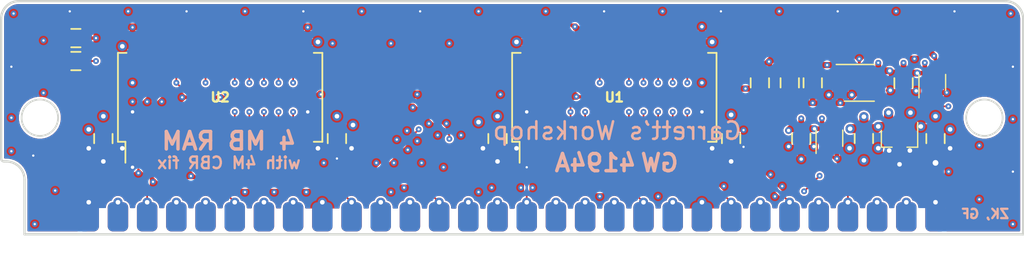
<source format=kicad_pcb>
(kicad_pcb (version 20211014) (generator pcbnew)
  (title_block (title "GW4194A") (date "2021-06-19") (rev "1.0-SOP") (company "Garrett's Workshop"))
  (layers (0 "F.Cu" signal) (1 "In1.Cu" power) (2 "In2.Cu" signal) (31 "B.Cu" power) (34 "B.Paste" user) (35 "F.Paste" user) (36 "B.SilkS" user "B.Silkscreen") (37 "F.SilkS" user "F.Silkscreen") (38 "B.Mask" user) (39 "F.Mask" user) (44 "Edge.Cuts" user))
  (net 0 "")
  (net 1 "+5V")
  (net 2 "/D0")
  (net 3 "/D1")
  (net 4 "/~{WE}")
  (net 5 "/~{RAS}")
  (net 6 "/~{CAS}")
  (net 7 "/D2")
  (net 8 "/D3")
  (net 9 "GND")
  (net 10 "/D4")
  (net 11 "/D5")
  (net 12 "/D6")
  (net 13 "/A11")
  (net 14 "/D7")
  (net 15 "/QP")
  (net 16 "/~{CASP}")
  (net 17 "/DP")
  (net 18 "/1A0")
  (net 19 "/1A1")
  (net 20 "/1A2")
  (net 21 "/1A3")
  (net 22 "/1A4")
  (net 23 "/1A5")
  (net 24 "/1A6")
  (net 25 "/1A7")
  (net 26 "/1A8")
  (net 27 "/1A10")
  (net 28 "/1A9")
  (net 29 "/~{RWE}")
  (net 30 "/~{OE}")
  (net 31 "/~{WEE}")
  (net 32 "Net-(U4-Pad5)")
  (net 33 "+3V3")
  (net 34 "Net-(R3-Pad2)")
  (net 35 "Net-(R4-Pad2)")
  (net 36 "Net-(C9-Pad1)")
  (footprint "stdpads:C_0805" (layer "F.Cu") (at 85.09 93.257 90)
    (fp_text reference "C1" hide)
    (fp_text value "2u2" hide)
  )
  (footprint "stdpads:C_0805" (layer "F.Cu") (at 105.41 93.257 90)
    (fp_text reference "C2" hide)
    (fp_text value "2u2" hide)
  )
  (footprint "stdpads:C_0805" (layer "F.Cu") (at 119.38 93.257 90)
    (fp_text reference "C3" hide)
    (fp_text value "2u2" hide)
  )
  (footprint "stdpads:C_0805" (layer "F.Cu") (at 139.7 93.257 90)
    (fp_text reference "C4" hide)
    (fp_text value "2u2" hide)
  )
  (footprint "stdpads:C_0805" (layer "F.Cu") (at 157.48 93.257 90)
    (fp_text reference "C5" hide)
    (fp_text value "2u2" hide)
  )
  (footprint "stdpads:SIMM-30_Edge" (layer "F.Cu") (at 120.65 99.822)
    (fp_text reference "J1")
    (fp_text value "DRAM-SIMM-30")
  )
  (footprint "stdpads:R_0805" (layer "F.Cu") (at 82.7 86.5 180)
    (fp_text reference "R1")
    (fp_text value "EDO")
  )
  (footprint "stdpads:R_0805" (layer "F.Cu") (at 82.7 84.5)
    (fp_text reference "R2")
    (fp_text value "FPM")
  )
  (footprint "stdpads:C_0805" (layer "F.Cu") (at 146.8 88.4 -90)
    (fp_text reference "C9")
    (fp_text value "22p")
  )
  (footprint "stdpads:R_0805" (layer "F.Cu") (at 144.8 88.4 -90)
    (fp_text reference "R3")
    (fp_text value "100")
  )
  (footprint "stdpads:NXP_TSSOP-8_3x3mm_P0.65mm" (layer "F.Cu") (at 150.85 88.4)
    (fp_text reference "U4")
    (fp_text value "74LVC1G74DC")
  )
  (footprint "stdpads:SOT-353" (layer "F.Cu") (at 148.25 93.25 -90)
    (fp_text reference "U3")
    (fp_text value "74LVC1G04")
  )
  (footprint "stdpads:SOT-353" (layer "F.Cu") (at 157.2 88.4 -90)
    (fp_text reference "U5")
    (fp_text value "74LVC1G32")
  )
  (footprint "stdpads:C_0805" (layer "F.Cu") (at 154.7 88.4 -90)
    (fp_text reference "C8")
    (fp_text value "2u2")
  )
  (footprint "stdpads:SOT-23" (layer "F.Cu") (at 154.35 93.25 90)
    (fp_text reference "U6")
    (fp_text value "XC6206PxxxMR")
  )
  (footprint "stdpads:C_0805" (layer "F.Cu") (at 151.25 93.25 -90)
    (fp_text reference "C7" hide)
    (fp_text value "2u2" hide)
  )
  (footprint "stdpads:R_0805" (layer "F.Cu") (at 142.2 88.4 90)
    (fp_text reference "R4")
    (fp_text value "100")
  )
  (footprint "stdpads:C_0805" (layer "F.Cu") (at 145.8 93.25 -90)
    (fp_text reference "C6")
    (fp_text value "2u2")
  )
  (footprint "stdpads:SOP-24-26_300mil" (layer "F.Cu") (at 129.54 89.662 90)
    (fp_text reference "U1")
    (fp_text value "4C4M4")
  )
  (footprint "stdpads:SOP-24-26_300mil" (layer "F.Cu") (at 95.25 89.662 90)
    (fp_text reference "U2")
    (fp_text value "4C4M4")
  )
  (gr_line (start 76.2 94.996) (end 76.2 82.804) (layer "Edge.Cuts") (width 0.2))
  (gr_circle (center 79.5655 91.44) (end 77.978 91.44) (layer "Edge.Cuts") (width 0.15) (fill none))
  (gr_circle (center 161.7345 91.44) (end 163.322 91.44) (layer "Edge.Cuts") (width 0.15) (fill none))
  (gr_arc (start 163.576 81.28) (mid 164.653631 81.726369) (end 165.1 82.804) (layer "Edge.Cuts") (width 0.2))
  (gr_arc (start 76.2 82.804) (mid 76.646369 81.726369) (end 77.724 81.28) (layer "Edge.Cuts") (width 0.2))
  (gr_line (start 76.6445 95.25) (end 76.454 95.25) (layer "Edge.Cuts") (width 0.2))
  (gr_line (start 78.232 101.6) (end 78.232 96.8375) (layer "Edge.Cuts") (width 0.2))
  (gr_arc (start 76.454 95.25) (mid 76.274395 95.175605) (end 76.2 94.996) (layer "Edge.Cuts") (width 0.2))
  (gr_arc (start 76.6445 95.25) (mid 77.767032 95.714968) (end 78.232 96.8375) (layer "Edge.Cuts") (width 0.2))
  (gr_line (start 77.724 81.28) (end 163.576 81.28) (layer "Edge.Cuts") (width 0.2))
  (gr_line (start 165.1 82.804) (end 165.1 101.6) (layer "Edge.Cuts") (width 0.2))
  (gr_line (start 165.1 101.6) (end 78.232 101.6) (layer "Edge.Cuts") (width 0.2))
  (gr_text "GW" (at 133.477 95.377) (layer "B.SilkS") (effects (font (size 1.5 1.5) (thickness 0.3)) (justify mirror)))
  (gr_text "4194A" (at 127.889 95.377) (layer "B.SilkS") (effects (font (size 1.5 1.5) (thickness 0.3)) (justify mirror)))
  (gr_text "Garrett’s Workshop" (at 129.794 92.583) (layer "B.SilkS") (effects (font (size 1.524 1.524) (thickness 0.225)) (justify mirror)))
  (gr_text "4 MB RAM" (at 96.012 93.472) (layer "B.SilkS") (effects (font (size 1.524 1.524) (thickness 0.3)) (justify mirror)))
  (gr_text "with 4M CBR fix" (at 96.012 95.377) (layer "B.SilkS") (effects (font (size 1.016 1.016) (thickness 0.2032)) (justify mirror)))
  (gr_text "ZK, GF" (at 161.798 99.822) (layer "B.SilkS") (effects (font (size 0.8128 0.8128) (thickness 0.2032)) (justify mirror)))
  (segment (start 121.031 94.107) (end 121.915 94.107) (width 0.508) (layer "F.Cu") (net 1))
  (segment (start 137.165 94.107) (end 137.16 94.112) (width 0.508) (layer "F.Cu") (net 1))
  (segment (start 138.049 94.107) (end 137.165 94.107) (width 0.508) (layer "F.Cu") (net 1))
  (segment (start 121.915 94.107) (end 121.92 94.112) (width 0.508) (layer "F.Cu") (net 1))
  (segment (start 154.35 94.3) (end 155.25 94.3) (width 0.8) (layer "F.Cu") (net 1))
  (segment (start 154.35 94.3) (end 153.45 94.3) (width 0.8) (layer "F.Cu") (net 1))
  (segment (start 154.35 94.3) (end 154.35 95.5) (width 0.8) (layer "F.Cu") (net 1))
  (segment (start 105.41 94.107) (end 105.41 94.996) (width 0.508) (layer "F.Cu") (net 1))
  (segment (start 85.09 94.107) (end 83.82 94.107) (width 0.762) (layer "F.Cu") (net 1))
  (segment (start 140.6525 94.107) (end 140.7795 93.98) (width 0.508) (layer "F.Cu") (net 1))
  (segment (start 119.38 94.107) (end 118.11 94.107) (width 0.762) (layer "F.Cu") (net 1))
  (segment (start 105.41 94.107) (end 106.68 94.107) (width 0.762) (layer "F.Cu") (net 1))
  (segment (start 87.625 94.107) (end 87.63 94.112) (width 0.508) (layer "F.Cu") (net 1))
  (segment (start 139.7 94.107) (end 140.6525 94.107) (width 0.508) (layer "F.Cu") (net 1))
  (segment (start 157.48 98.806) (end 157.48 95.377) (width 1.27) (layer "F.Cu") (net 1))
  (segment (start 102.875 94.107) (end 102.87 94.112) (width 0.508) (layer "F.Cu") (net 1))
  (segment (start 139.7 94.107) (end 138.049 94.107) (width 0.762) (layer "F.Cu") (net 1))
  (segment (start 157.48 94.107) (end 155.443 94.107) (width 0.8) (layer "F.Cu") (net 1))
  (segment (start 119.38 94.107) (end 121.031 94.107) (width 0.762) (layer "F.Cu") (net 1))
  (segment (start 87.63 94.112) (end 87.63 95.758) (width 0.6) (layer "F.Cu") (net 1))
  (segment (start 85.09 94.107) (end 86.741 94.107) (width 0.762) (layer "F.Cu") (net 1))
  (segment (start 137.16 94.112) (end 137.16 90.932) (width 0.6) (layer "F.Cu") (net 1))
  (segment (start 103.759 94.107) (end 102.875 94.107) (width 0.508) (layer "F.Cu") (net 1))
  (segment (start 121.92 94.112) (end 121.92 95.758) (width 0.508) (layer "F.Cu") (net 1))
  (segment (start 139.7 94.107) (end 139.7 95.25) (width 0.762) (layer "F.Cu") (net 1))
  (segment (start 121.92 94.112) (end 121.92 90.932) (width 0.6) (layer "F.Cu") (net 1))
  (segment (start 86.741 94.107) (end 87.625 94.107) (width 0.508) (layer "F.Cu") (net 1))
  (segment (start 155.443 94.107) (end 155.25 94.3) (width 0.8) (layer "F.Cu") (net 1))
  (segment (start 102.87 94.112) (end 102.87 90.932) (width 0.6) (layer "F.Cu") (net 1))
  (segment (start 105.41 94.107) (end 103.759 94.107) (width 0.762) (layer "F.Cu") (net 1))
  (segment (start 119.38 94.107) (end 119.38 95.25) (width 0.762) (layer "F.Cu") (net 1))
  (segment (start 85.09 94.107) (end 85.09 95.25) (width 0.762) (layer "F.Cu") (net 1))
  (segment (start 157.48 95.377) (end 157.48 94.107) (width 0.762) (layer "F.Cu") (net 1))
  (segment (start 157.48 94.107) (end 158.75 94.107) (width 0.8) (layer "F.Cu") (net 1))
  (segment (start 87.63 94.112) (end 87.63 90.932) (width 0.6) (layer "F.Cu") (net 1))
  (via (at 138.049 94.107) (size 0.8) (drill 0.4) (layers "F.Cu" "B.Cu") (net 1))
  (via (at 121.031 94.107) (size 0.8) (drill 0.4) (layers "F.Cu" "B.Cu") (net 1))
  (via (at 77.089 86.995) (size 0.508) (drill 0.2) (layers "F.Cu" "B.Cu") (net 1))
  (via (at 164.211 86.995) (size 0.508) (drill 0.2) (layers "F.Cu" "B.Cu") (net 1))
  (via (at 164.211 96.139) (size 0.508) (drill 0.2) (layers "F.Cu" "B.Cu") (net 1))
  (via (at 78.994 94.742) (size 0.508) (drill 0.2) (layers "F.Cu" "B.Cu") (net 1))
  (via (at 159.131 82.169) (size 0.508) (drill 0.2) (layers "F.Cu" "B.Cu") (net 1))
  (via (at 148.971 82.169) (size 0.508) (drill 0.2) (layers "F.Cu" "B.Cu") (net 1))
  (via (at 92.329 82.169) (size 0.508) (drill 0.2) (layers "F.Cu" "B.Cu") (net 1))
  (via (at 102.489 82.169) (size 0.508) (drill 0.2) (layers "F.Cu" "B.Cu") (net 1))
  (via (at 138.811 82.169) (size 0.508) (drill 0.2) (layers "F.Cu" "B.Cu") (net 1))
  (via (at 82.169 82.169) (size 0.508) (drill 0.2) (layers "F.Cu" "B.Cu") (net 1))
  (via (at 112.649 82.169) (size 0.508) (drill 0.2) (layers "F.Cu" "B.Cu") (net 1))
  (via (at 128.651 82.169) (size 0.508) (drill 0.2) (layers "F.Cu" "B.Cu") (net 1))
  (via (at 155.25 94.3) (size 0.8) (drill 0.4) (layers "F.Cu" "B.Cu") (net 1))
  (via (at 154.35 95.5) (size 0.8) (drill 0.4) (layers "F.Cu" "B.Cu") (net 1))
  (via (at 153.45 94.3) (size 0.8) (drill 0.4) (layers "F.Cu" "B.Cu") (net 1))
  (via (at 106.68 94.107) (size 0.8) (drill 0.4) (layers "F.Cu" "B.Cu") (net 1))
  (via (at 139.7 95.25) (size 0.8) (drill 0.4) (layers "F.Cu" "B.Cu") (net 1))
  (via (at 118.11 94.107) (size 0.8) (drill 0.4) (layers "F.Cu" "B.Cu") (net 1))
  (via (at 103.759 94.107) (size 0.8) (drill 0.4) (layers "F.Cu" "B.Cu") (net 1))
  (via (at 83.82 94.107) (size 0.8) (drill 0.4) (layers "F.Cu" "B.Cu") (net 1))
  (via (at 119.38 95.25) (size 0.8) (drill 0.4) (layers "F.Cu" "B.Cu") (net 1))
  (via (at 140.7795 93.98) (size 0.508) (drill 0.2) (layers "F.Cu" "B.Cu") (net 1))
  (via (at 87.63 90.932) (size 0.6) (drill 0.3) (layers "F.Cu" "B.Cu") (net 1))
  (via (at 87.63 95.758) (size 0.6) (drill 0.3) (layers "F.Cu" "B.Cu") (net 1))
  (via (at 85.09 95.25) (size 0.8) (drill 0.4) (layers "F.Cu" "B.Cu") (net 1))
  (via (at 158.75 94.107) (size 0.8) (drill 0.4) (layers "F.Cu" "B.Cu") (net 1))
  (via (at 137.16 90.932) (size 0.6) (drill 0.3) (layers "F.Cu" "B.Cu") (net 1))
  (via (at 121.92 95.758) (size 0.508) (drill 0.2) (layers "F.Cu" "B.Cu") (net 1))
  (via (at 105.41 94.996) (size 0.508) (drill 0.2) (layers "F.Cu" "B.Cu") (net 1))
  (via (at 121.92 90.932) (size 0.6) (drill 0.3) (layers "F.Cu" "B.Cu") (net 1))
  (via (at 102.87 90.932) (size 0.6) (drill 0.3) (layers "F.Cu" "B.Cu") (net 1))
  (via (at 157.48 95.377) (size 1) (drill 0.5) (layers "F.Cu" "B.Cu") (net 1))
  (via (at 86.741 94.107) (size 0.8) (drill 0.4) (layers "F.Cu" "B.Cu") (net 1))
  (segment (start 88.9 89.281) (end 88.9 85.962) (width 0.1524) (layer "F.Cu") (net 2))
  (segment (start 88.9 96.266) (end 88.265 95.631) (width 0.1524) (layer "F.Cu") (net 2))
  (segment (start 88.9 98.806) (end 88.9 96.266) (width 0.1524) (layer "F.Cu") (net 2))
  (segment (start 88.265 95.631) (end 88.265 89.916) (width 0.1524) (layer "F.Cu") (net 2))
  (segment (start 88.265 89.916) (end 88.9 89.281) (width 0.1524) (layer "F.Cu") (net 2))
  (segment (start 95.504 97.79) (end 90.932 97.79) (width 0.1524) (layer "F.Cu") (net 3))
  (segment (start 88.9 95.758) (end 88.9 94.112) (width 0.1524) (layer "F.Cu") (net 3))
  (segment (start 96.52 98.806) (end 95.504 97.79) (width 0.1524) (layer "F.Cu") (net 3))
  (segment (start 90.932 97.79) (end 88.9 95.758) (width 0.1524) (layer "F.Cu") (net 3))
  (segment (start 156.55 90.2) (end 156.8 90.45) (width 0.1524) (layer "F.Cu") (net 4))
  (segment (start 146.7485 97.1515) (end 146.7485 97.155) (width 0.1524) (layer "F.Cu") (net 4))
  (segment (start 146.7485 97.155) (end 146.05 97.8535) (width 0.1524) (layer "F.Cu") (net 4))
  (segment (start 156.55 89.25) (end 156.55 90.2) (width 0.1524) (layer "F.Cu") (net 4))
  (segment (start 156.8 90.45) (end 158.6 90.45) (width 0.1524) (layer "F.Cu") (net 4))
  (segment (start 147.4 96.5) (end 146.7485 97.1515) (width 0.1524) (layer "F.Cu") (net 4))
  (via (at 146.05 97.8535) (size 0.508) (drill 0.2) (layers "F.Cu" "B.Cu") (net 4))
  (via (at 147.4 96.5) (size 0.508) (drill 0.2) (layers "F.Cu" "B.Cu") (net 4))
  (via (at 158.6 90.45) (size 0.508) (drill 0.2) (layers "F.Cu" "B.Cu") (net 4))
  (segment (start 127 94.112) (end 127 90.932) (width 0.1524) (layer "F.Cu") (net 5))
  (segment (start 149.85 100.066) (end 149.86 100.076) (width 0.1524) (layer "F.Cu") (net 5))
  (segment (start 92.71 95.758) (end 92.71 93.362) (width 0.1524) (layer "F.Cu") (net 5))
  (segment (start 148.25 94.1) (end 148.25 95.05) (width 0.1524) (layer "F.Cu") (net 5))
  (segment (start 148.25 95.05) (end 149.86 96.66) (width 0.1524) (layer "F.Cu") (net 5))
  (segment (start 93.345 96.393) (end 92.71 95.758) (width 0.1524) (layer "F.Cu") (net 5))
  (segment (start 149.86 96.66) (end 149.86 98.806) (width 0.1524) (layer "F.Cu") (net 5))
  (segment (start 108.585 96.393) (end 93.345 96.393) (width 0.1524) (layer "F.Cu") (net 5))
  (segment (start 112.522 92.456) (end 108.585 96.393) (width 0.1524) (layer "F.Cu") (net 5))
  (via (at 127 90.932) (size 0.508) (drill 0.2) (layers "F.Cu" "B.Cu") (net 5))
  (via (at 112.522 92.456) (size 0.508) (drill 0.2) (layers "F.Cu" "B.Cu") (net 5))
  (segment (start 137.85 89.25) (end 126.588 89.25) (width 0.1524) (layer "F.Cu") (net 6))
  (segment (start 94.996 89.154) (end 94.869 89.281) (width 0.1524) (layer "F.Cu") (net 6))
  (segment (start 91.44 88.392) (end 91.44 85.212) (width 0.1524) (layer "F.Cu") (net 6))
  (segment (start 150.5 87.8) (end 150.5 86.65) (width 0.1524) (layer "F.Cu") (net 6))
  (segment (start 143.5 88.05) (end 143.15 88.4) (width 0.1524) (layer "F.Cu") (net 6))
  (segment (start 120.015 83.312) (end 114.4905 88.8365) (width 0.1524) (layer "F.Cu") (net 6))
  (segment (start 125.73 83.82) (end 125.222 83.312) (width 0.1524) (layer "F.Cu") (net 6))
  (segment (start 92.329 89.281) (end 91.44 88.392) (width 0.1524) (layer "F.Cu") (net 6))
  (segment (start 103.3145 89.281) (end 95.631 89.281) (width 0.1524) (layer "F.Cu") (net 6))
  (segment (start 103.759 88.8365) (end 103.3145 89.281) (width 0.1524) (layer "F.Cu") (net 6))
  (segment (start 150.5 86.65) (end 150.2 86.35) (width 0.1524) (layer "F.Cu") (net 6))
  (segment (start 126.588 89.25) (end 125.73 88.392) (width 0.1524) (layer "F.Cu") (net 6))
  (segment (start 125.73 85.212) (end 125.73 83.82) (width 0.1524) (layer "F.Cu") (net 6))
  (segment (start 95.631 89.281) (end 95.504 89.154) (width 0.1524) (layer "F.Cu") (net 6))
  (segment (start 114.4905 88.8365) (end 103.759 88.8365) (width 0.1524) (layer "F.Cu") (net 6))
  (segment (start 138.7 88.4) (end 137.85 89.25) (width 0.1524) (layer "F.Cu") (net 6))
  (segment (start 143.5 86.85) (end 143.5 88.05) (width 0.1524) (layer "F.Cu") (net 6))
  (segment (start 94.869 89.281) (end 92.329 89.281) (width 0.1524) (layer "F.Cu") (net 6))
  (segment (start 150.2 86.35) (end 144 86.35) (width 0.1524) (layer "F.Cu") (net 6))
  (segment (start 150.225 88.075) (end 150.5 87.8) (width 0.1524) (layer "F.Cu") (net 6))
  (segment (start 143.15 88.4) (end 138.7 88.4) (width 0.1524) (layer "F.Cu") (net 6))
  (segment (start 144 86.35) (end 143.5 86.85) (width 0.1524) (layer "F.Cu") (net 6))
  (segment (start 125.73 88.392) (end 125.73 85.212) (width 0.1524) (layer "F.Cu") (net 6))
  (segment (start 125.222 83.312) (end 120.015 83.312) (width 0.1524) (layer "F.Cu") (net 6))
  (segment (start 95.504 89.154) (end 94.996 89.154) (width 0.1524) (layer "F.Cu") (net 6))
  (segment (start 149.2 88.075) (end 150.225 88.075) (width 0.1524) (layer "F.Cu") (net 6))
  (segment (start 84.45 86.5) (end 83.65 86.5) (width 0.1524) (layer "F.Cu") (net 6))
  (via (at 91.44 88.392) (size 0.508) (drill 0.2) (layers "F.Cu" "B.Cu") (net 6))
  (via (at 84.45 86.5) (size 0.508) (drill 0.2) (layers "F.Cu" "B.Cu") (net 6))
  (segment (start 90.17 89.281) (end 89.535 89.916) (width 0.1524) (layer "F.Cu") (net 7))
  (segment (start 105.283 97.409) (end 106.68 98.806) (width 0.1524) (layer "F.Cu") (net 7))
  (segment (start 90.17 85.212) (end 90.17 89.281) (width 0.1524) (layer "F.Cu") (net 7))
  (segment (start 91.186 97.409) (end 105.283 97.409) (width 0.1524) (layer "F.Cu") (net 7))
  (segment (start 89.535 89.916) (end 89.535 95.758) (width 0.1524) (layer "F.Cu") (net 7))
  (segment (start 89.535 95.758) (end 91.186 97.409) (width 0.1524) (layer "F.Cu") (net 7))
  (segment (start 112.522 97.028) (end 114.3 98.806) (width 0.1524) (layer "F.Cu") (net 8))
  (segment (start 91.44 97.028) (end 112.522 97.028) (width 0.1524) (layer "F.Cu") (net 8))
  (segment (start 90.17 94.112) (end 90.17 95.758) (width 0.1524) (layer "F.Cu") (net 8))
  (segment (start 90.17 95.758) (end 91.44 97.028) (width 0.1524) (layer "F.Cu") (net 8))
  (segment (start 138.049 84.836) (end 137.287 84.836) (width 0.508) (layer "F.Cu") (net 9))
  (segment (start 137.16 84.963) (end 137.16 85.962) (width 0.508) (layer "F.Cu") (net 9))
  (segment (start 137.287 84.836) (end 137.16 84.963) (width 0.508) (layer "F.Cu") (net 9))
  (segment (start 155.3 92.2) (end 156.2 92.2) (width 0.8) (layer "F.Cu") (net 9))
  (segment (start 155.3 92.2) (end 155.3 91) (width 0.8) (layer "F.Cu") (net 9))
  (segment (start 105.41 92.407) (end 105.41 91.313) (width 0.762) (layer "F.Cu") (net 9))
  (segment (start 87.63 85.212) (end 87.63 88.392) (width 0.6) (layer "F.Cu") (net 9))
  (segment (start 146.8 89.25) (end 148 89.25) (width 0.6) (layer "F.Cu") (net 9))
  (segment (start 151.25 94.1) (end 152.5 94.1) (width 0.8) (layer "F.Cu") (net 9))
  (segment (start 151.25 94.1) (end 150 94.1) (width 0.8) (layer "F.Cu") (net 9))
  (segment (start 156.407 92.407) (end 156.2 92.2) (width 0.8) (layer "F.Cu") (net 9))
  (segment (start 85.09 92.407) (end 83.869 92.407) (width 0.762) (layer "F.Cu") (net 9))
  (segment (start 157.48 92.407) (end 158.701 92.407) (width 0.8) (layer "F.Cu") (net 9))
  (segment (start 83.869 92.407) (end 83.82 92.456) (width 0.762) (layer "F.Cu") (net 9))
  (segment (start 103.759 84.836) (end 102.997 84.836) (width 0.508) (layer "F.Cu") (net 9))
  (segment (start 146.75 94.1) (end 146.9 93.95) (width 0.6) (layer "F.Cu") (net 9))
  (segment (start 86.746 85.212) (end 86.741 85.217) (width 0.508) (layer "F.Cu") (net 9))
  (segment (start 154.7 89.25) (end 153.75 89.25) (width 0.6) (layer "F.Cu") (net 9))
  (segment (start 148 89.25) (end 148.2 89.45) (width 0.6) (layer "F.Cu") (net 9))
  (segment (start 140.667 92.407) (end 140.7795 92.5195) (width 0.508) (layer "F.Cu") (net 9))
  (segment (start 149.2 89.45) (end 148.2 89.45) (width 0.6) (layer "F.Cu") (net 9))
  (segment (start 102.997 84.836) (end 102.87 84.963) (width 0.508) (layer "F.Cu") (net 9))
  (segment (start 119.38 92.407) (end 118.315 92.407) (width 0.762) (layer "F.Cu") (net 9))
  (segment (start 83.65 84.5) (end 84.45 84.5) (width 0.1524) (layer "F.Cu") (net 9))
  (segment (start 149.2 89.45) (end 149.2 90.15) (width 0.508) (layer "F.Cu") (net 9))
  (segment (start 102.87 85.212) (end 102.87 83.566) (width 0.508) (layer "F.Cu") (net 9))
  (segment (start 85.09 92.407) (end 85.09 91.313) (width 0.762) (layer "F.Cu") (net 9))
  (segment (start 145.8 94.1) (end 146.75 94.1) (width 0.6) (layer "F.Cu") (net 9))
  (segment (start 145.8 94.1) (end 144.85 94.1) (width 0.6) (layer "F.Cu") (net 9))
  (segment (start 154.7 89.25) (end 155.65 89.25) (width 0.6) (layer "F.Cu") (net 9))
  (segment (start 87.63 85.212) (end 86.746 85.212) (width 0.508) (layer "F.Cu") (net 9))
  (segment (start 151.25 94.1) (end 151.25 95.15) (width 0.8) (layer "F.Cu") (net 9))
  (segment (start 121.031 84.836) (end 121.84859 84.836) (width 0.508) (layer "F.Cu") (net 9))
  (segment (start 155.65 89.25) (end 155.8 89.1) (width 0.6) (layer "F.Cu") (net 9))
  (segment (start 157.48 92.407) (end 156.407 92.407) (width 0.8) (layer "F.Cu") (net 9))
  (segment (start 137.16 85.212) (end 137.16 88.392) (width 0.6) (layer "F.Cu") (net 9))
  (segment (start 106.475 92.407) (end 106.807 92.075) (width 0.762) (layer "F.Cu") (net 9))
  (segment (start 102.87 84.963) (end 102.87 85.962) (width 0.508) (layer "F.Cu") (net 9))
  (segment (start 119.38 92.407) (end 119.38 91.313) (width 0.762) (layer "F.Cu") (net 9))
  (segment (start 121.84859 84.836) (end 121.92 84.90741) (width 0.508) (layer "F.Cu") (net 9))
  (segment (start 105.41 92.407) (end 106.475 92.407) (width 0.762) (layer "F.Cu") (net 9))
  (segment (start 149.2 89.45) (end 150.2 89.45) (width 0.6) (layer "F.Cu") (net 9))
  (segment (start 137.16 83.5025) (end 137.16 85.212) (width 0.6) (layer "F.Cu") (net 9))
  (segment (start 139.7 92.407) (end 140.667 92.407) (width 0.508) (layer "F.Cu") (net 9))
  (segment (start 148.9 94.1) (end 148.9 95) (width 0.4) (layer "F.Cu") (net 9))
  (segment (start 157.85 89.25) (end 158.45 89.25) (width 0.45) (layer "F.Cu") (net 9))
  (segment (start 158.701 92.407) (end 158.75 92.456) (width 0.8) (layer "F.Cu") (net 9))
  (segment (start 139.7 92.407) (end 139.7 91.186) (width 0.762) (layer "F.Cu") (net 9))
  (segment (start 144.85 94.1) (end 144.7 93.95) (width 0.6) (layer "F.Cu") (net 9))
  (segment (start 153.75 89.25) (end 153.55 89.05) (width 0.6) (layer "F.Cu") (net 9))
  (segment (start 157.48 92.407) (end 157.48 91.313) (width 0.8) (layer "F.Cu") (net 9))
  (segment (start 145.8 94.1) (end 145.8 95.05) (width 0.6) (layer "F.Cu") (net 9))
  (segment (start 118.315 92.407) (end 117.729 91.821) (width 0.762) (layer "F.Cu") (net 9))
  (segment (start 121.92 84.90741) (end 121.92 85.962) (width 0.508) (layer "F.Cu") (net 9))
  (segment (start 87.63 85.212) (end 87.63 83.566) (width 0.508) (layer "F.Cu") (net 9))
  (segment (start 146.8 89.25) (end 146.8 90.15) (width 0.508) (layer "F.Cu") (net 9))
  (via (at 112.776 95.377) (size 0.508) (drill 0.2) (layers "F.Cu" "B.Cu") (net 9))
  (via (at 110.617 93.345) (size 0.508) (drill 0.2) (layers "F.Cu" "B.Cu") (net 9))
  (via (at 104.267 95.377) (size 0.508) (drill 0.2) (layers "F.Cu" "B.Cu") (net 9))
  (via (at 95.25 89.662) (size 0.508) (drill 0.2) (layers "F.Cu" "B.Cu") (net 9))
  (via (at 112.395 89.408) (size 0.508) (drill 0.2) (layers "F.Cu" "B.Cu") (net 9))
  (via (at 119.634 89.408) (size 0.508) (drill 0.2) (layers "F.Cu" "B.Cu") (net 9))
  (via (at 92.71 96.52) (size 0.508) (drill 0.2) (layers "F.Cu" "B.Cu") (net 9))
  (via (at 111.252 97.536) (size 0.508) (drill 0.2) (layers "F.Cu" "B.Cu") (net 9))
  (via (at 117.729 97.917) (size 0.508) (drill 0.2) (layers "F.Cu" "B.Cu") (net 9))
  (via (at 118.872 97.536) (size 0.508) (drill 0.2) (layers "F.Cu" "B.Cu") (net 9))
  (via (at 139.065 97.409) (size 0.508) (drill 0.2) (layers "F.Cu" "B.Cu") (net 9))
  (via (at 89.408 97.028) (size 0.508) (drill 0.2) (layers "F.Cu" "B.Cu") (net 9))
  (via (at 88.138 96.266) (size 0.508) (drill 0.2) (layers "F.Cu" "B.Cu") (net 9))
  (via (at 114.173 92.964) (size 0.508) (drill 0.2) (layers "F.Cu" "B.Cu") (net 9))
  (via (at 114.935 91.948) (size 0.508) (drill 0.2) (layers "F.Cu" "B.Cu") (net 9))
  (via (at 114.681 95.758) (size 0.508) (drill 0.2) (layers "F.Cu" "B.Cu") (net 9))
  (via (at 144.145 97.409) (size 0.508) (drill 0.2) (layers "F.Cu" "B.Cu") (net 9))
  (via (at 143.129 96.393) (size 0.508) (drill 0.2) (layers "F.Cu" "B.Cu") (net 9))
  (via (at 88.9 90.043) (size 0.508) (drill 0.2) (layers "F.Cu" "B.Cu") (net 9))
  (via (at 87.63 90.043) (size 0.508) (drill 0.2) (layers "F.Cu" "B.Cu") (net 9))
  (via (at 90.17 90.043) (size 0.508) (drill 0.2) (layers "F.Cu" "B.Cu") (net 9))
  (via (at 91.948 89.662) (size 0.508) (drill 0.2) (layers "F.Cu" "B.Cu") (net 9))
  (via (at 126.238 89.5985) (size 0.508) (drill 0.2) (layers "F.Cu" "B.Cu") (net 9))
  (via (at 112.395 93.472) (size 0.508) (drill 0.2) (layers "F.Cu" "B.Cu") (net 9))
  (via (at 113.411 91.948) (size 0.508) (drill 0.2) (layers "F.Cu" "B.Cu") (net 9))
  (via (at 116.205 92.964) (size 0.508) (drill 0.2) (layers "F.Cu" "B.Cu") (net 9))
  (via (at 111.506 92.583) (size 0.508) (drill 0.2) (layers "F.Cu" "B.Cu") (net 9))
  (via (at 121.412 97.536) (size 0.508) (drill 0.2) (layers "F.Cu" "B.Cu") (net 9))
  (via (at 122.428 97.536) (size 0.508) (drill 0.2) (layers "F.Cu" "B.Cu") (net 9))
  (via (at 110.363 95.377) (size 0.508) (drill 0.2) (layers "F.Cu" "B.Cu") (net 9))
  (via (at 164.0205 82.3595) (size 0.508) (drill 0.2) (layers "F.Cu" "B.Cu") (net 9))
  (via (at 164.211 100.711) (size 0.508) (drill 0.2) (layers "F.Cu" "B.Cu") (net 9))
  (via (at 79.121 100.711) (size 0.508) (drill 0.2) (layers "F.Cu" "B.Cu") (net 9))
  (via (at 77.089 91.44) (size 0.508) (drill 0.2) (layers "F.Cu" "B.Cu") (net 9))
  (via (at 79.883 84.709) (size 0.508) (drill 0.2) (layers "F.Cu" "B.Cu") (net 9))
  (via (at 161.29 93.853) (size 0.508) (drill 0.2) (layers "F.Cu" "B.Cu") (net 9))
  (via (at 161.29 98.552) (size 0.508) (drill 0.2) (layers "F.Cu" "B.Cu") (net 9))
  (via (at 80.899 97.79) (size 0.508) (drill 0.2) (layers "F.Cu" "B.Cu") (net 9))
  (via (at 79.883 89.281) (size 0.508) (drill 0.2) (layers "F.Cu" "B.Cu") (net 9))
  (via (at 133.35 98.298) (size 0.508) (drill 0.2) (layers "F.Cu" "B.Cu") (net 9))
  (via (at 110.109 97.917) (size 0.508) (drill 0.2) (layers "F.Cu" "B.Cu") (net 9))
  (via (at 102.743 97.917) (size 0.508) (drill 0.2) (layers "F.Cu" "B.Cu") (net 9))
  (via (at 99.949 97.917) (size 0.508) (drill 0.2) (layers "F.Cu" "B.Cu") (net 9))
  (via (at 97.409 97.917) (size 0.508) (drill 0.2) (layers "F.Cu" "B.Cu") (net 9))
  (via (at 158.623 96.139) (size 0.508) (drill 0.2) (layers "F.Cu" "B.Cu") (net 9))
  (via (at 111.5695 94.234) (size 0.508) (drill 0.2) (layers "F.Cu" "B.Cu") (net 9))
  (via (at 104.013 89.408) (size 0.508) (drill 0.2) (layers "F.Cu" "B.Cu") (net 9))
  (via (at 108.839 95.377) (size 0.508) (drill 0.2) (layers "F.Cu" "B.Cu") (net 9))
  (via (at 112.014 90.551) (size 0.508) (drill 0.2) (layers "F.Cu" "B.Cu") (net 9))
  (via (at 164.211 91.567) (size 0.508) (drill 0.2) (layers "F.Cu" "B.Cu") (net 9))
  (via (at 77.2795 82.3595) (size 0.508) (drill 0.2) (layers "F.Cu" "B.Cu") (net 9))
  (via (at 154.051 82.169) (size 0.508) (drill 0.2) (layers "F.Cu" "B.Cu") (net 9))
  (via (at 87.249 82.169) (size 0.508) (drill 0.2) (layers "F.Cu" "B.Cu") (net 9))
  (via (at 97.409 82.169) (size 0.508) (drill 0.2) (layers "F.Cu" "B.Cu") (net 9))
  (via (at 143.891 82.169) (size 0.508) (drill 0.2) (layers "F.Cu" "B.Cu") (net 9))
  (via (at 110.109 84.963) (size 0.508) (drill 0.2) (layers "F.Cu" "B.Cu") (net 9))
  (via (at 105.029 84.963) (size 0.508) (drill 0.2) (layers "F.Cu" "B.Cu") (net 9))
  (via (at 115.189 84.963) (size 0.508) (drill 0.2) (layers "F.Cu" "B.Cu") (net 9))
  (via (at 126.111 83.5025) (size 0.508) (drill 0.2) (layers "F.Cu" "B.Cu") (net 9))
  (via (at 107.569 82.169) (size 0.508) (drill 0.2) (layers "F.Cu" "B.Cu") (net 9))
  (via (at 117.729 82.169) (size 0.508) (drill 0.2) (layers "F.Cu" "B.Cu") (net 9))
  (via (at 123.571 82.169) (size 0.508) (drill 0.2) (layers "F.Cu" "B.Cu") (net 9))
  (via (at 133.731 82.169) (size 0.508) (drill 0.2) (layers "F.Cu" "B.Cu") (net 9))
  (via (at 138.049 84.836) (size 0.8) (drill 0.4) (layers "F.Cu" "B.Cu") (net 9))
  (via (at 128.27 98.298) (size 0.508) (drill 0.2) (layers "F.Cu" "B.Cu") (net 9))
  (via (at 143.51 98.298) (size 0.508) (drill 0.2) (layers "F.Cu" "B.Cu") (net 9))
  (via (at 157.35 86.05) (size 0.508) (drill 0.2) (layers "F.Cu" "B.Cu") (net 9))
  (via (at 156.2 92.2) (size 0.8) (drill 0.4) (layers "F.Cu" "B.Cu") (net 9))
  (via (at 148.05 86.85) (size 0.508) (drill 0.2) (layers "F.Cu" "B.Cu") (net 9))
  (via (at 155.65 86.3) (size 0.508) (drill 0.2) (layers "F.Cu" "B.Cu") (net 9))
  (via (at 150.85 86.3) (size 0.508) (drill 0.2) (layers "F.Cu" "B.Cu") (net 9))
  (via (at 143 86.55) (size 0.508) (drill 0.2) (layers "F.Cu" "B.Cu") (net 9))
  (via (at 140.95 88.9) (size 0.508) (drill 0.2) (layers "F.Cu" "B.Cu") (net 9))
  (via (at 77.089 94.361) (size 0.508) (drill 0.2) (layers "F.Cu" "B.Cu") (net 9))
  (via (at 102.87 83.566) (size 0.508) (drill 0.2) (layers "F.Cu" "B.Cu") (net 9))
  (via (at 155.3 91) (size 0.8) (drill 0.4) (layers "F.Cu" "B.Cu") (net 9))
  (via (at 148.9 95) (size 0.508) (drill 0.2) (layers "F.Cu" "B.Cu") (net 9))
  (via (at 146.9 93.95) (size 0.6) (drill 0.3) (layers "F.Cu" "B.Cu") (net 9))
  (via (at 103.759 84.836) (size 0.8) (drill 0.4) (layers "F.Cu" "B.Cu") (net 9))
  (via (at 149.2 90.15) (size 0.508) (drill 0.2) (layers "F.Cu" "B.Cu") (net 9))
  (via (at 117.729 91.821) (size 0.8) (drill 0.4) (layers "F.Cu" "B.Cu") (net 9))
  (via (at 137.16 83.5025) (size 0.6) (drill 0.3) (layers "F.Cu" "B.Cu") (net 9))
  (via (at 140.7795 92.5195) (size 0.508) (drill 0.2) (layers "F.Cu" "B.Cu") (net 9))
  (via (at 106.807 92.075) (size 0.8) (drill 0.4) (layers "F.Cu" "B.Cu") (net 9))
  (via (at 150.2 89.45) (size 0.6) (drill 0.3) (layers "F.Cu" "B.Cu") (net 9))
  (via (at 139.7 91.186) (size 0.8) (drill 0.4) (layers "F.Cu" "B.Cu") (net 9))
  (via (at 121.031 84.836) (size 0.8) (drill 0.4) (layers "F.Cu" "B.Cu") (net 9))
  (via (at 146.8 90.15) (size 0.508) (drill 0.2) (layers "F.Cu" "B.Cu") (net 9))
  (via (at 84.45 84.5) (size 0.508) (drill 0.2) (layers "F.Cu" "B.Cu") (net 9))
  (via (at 158.45 89.25) (size 0.508) (drill 0.2) (layers "F.Cu" "B.Cu") (net 9))
  (via (at 137.16 88.392) (size 0.6) (drill 0.3) (layers "F.Cu" "B.Cu") (net 9))
  (via (at 87.63 83.566) (size 0.508) (drill 0.2) (layers "F.Cu" "B.Cu") (net 9))
  (via (at 85.09 91.313) (size 0.8) (drill 0.4) (layers "F.Cu" "B.Cu") (net 9))
  (via (at 83.82 92.456) (size 0.8) (drill 0.4) (layers "F.Cu" "B.Cu") (net 9))
  (via (at 86.741 85.217) (size 0.8) (drill 0.4) (layers "F.Cu" "B.Cu") (net 9))
  (via (at 157.48 91.313) (size 0.8) (drill 0.4) (layers "F.Cu" "B.Cu") (net 9))
  (via (at 119.38 91.313) (size 0.8) (drill 0.4) (layers "F.Cu" "B.Cu") (net 9))
  (via (at 105.41 91.313) (size 0.8) (drill 0.4) (layers "F.Cu" "B.Cu") (net 9))
  (via (at 158.75 92.456) (size 0.8) (drill 0.4) (layers "F.Cu" "B.Cu") (net 9))
  (via (at 148.2 89.45) (size 0.6) (drill 0.3) (layers "F.Cu" "B.Cu") (net 9))
  (via (at 153.55 89.05) (size 0.6) (drill 0.3) (layers "F.Cu" "B.Cu") (net 9))
  (via (at 144.7 93.95) (size 0.6) (drill 0.3) (layers "F.Cu" "B.Cu") (net 9))
  (via (at 87.63 88.392) (size 0.6) (drill 0.3) (layers "F.Cu" "B.Cu") (net 9))
  (via (at 155.8 89.1) (size 0.6) (drill 0.3) (layers "F.Cu" "B.Cu") (net 9))
  (via (at 152.5 94.1) (size 0.8) (drill 0.4) (layers "F.Cu" "B.Cu") (net 9))
  (via (at 150 94.1) (size 0.8) (drill 0.4) (layers "F.Cu" "B.Cu") (net 9))
  (via (at 145.8 95.05) (size 0.6) (drill 0.3) (layers "F.Cu" "B.Cu") (net 9))
  (via (at 151.25 95.15) (size 0.8) (drill 0.4) (layers "F.Cu" "B.Cu") (net 9))
  (segment (start 123.19 89.027) (end 122.555 89.662) (width 0.1524) (layer "F.Cu") (net 10))
  (segment (start 122.555 89.662) (end 122.555 95.8215) (width 0.1524) (layer "F.Cu") (net 10))
  (segment (start 121.92 96.4565) (end 121.92 98.806) (width 0.1524) (layer "F.Cu") (net 10))
  (segment (start 123.19 85.962) (end 123.19 89.027) (width 0.1524) (layer "F.Cu") (net 10))
  (segment (start 122.555 95.8215) (end 121.92 96.4565) (width 0.1524) (layer "F.Cu") (net 10))
  (segment (start 123.19 93.362) (end 123.19 96.266) (width 0.1524) (layer "F.Cu") (net 11))
  (segment (start 124.714 97.79) (end 131.064 97.79) (width 0.1524) (layer "F.Cu") (net 11))
  (segment (start 123.19 96.266) (end 124.714 97.79) (width 0.1524) (layer "F.Cu") (net 11))
  (segment (start 131.064 97.79) (end 132.08 98.806) (width 0.1524) (layer "F.Cu") (net 11))
  (segment (start 138.049 97.155) (end 139.7 98.806) (width 0.1524) (layer "F.Cu") (net 12))
  (segment (start 124.46 89.027) (end 123.825 89.662) (width 0.1524) (layer "F.Cu") (net 12))
  (segment (start 123.825 89.662) (end 123.825 96.012) (width 0.1524) (layer "F.Cu") (net 12))
  (segment (start 124.968 97.155) (end 138.049 97.155) (width 0.1524) (layer "F.Cu") (net 12))
  (segment (start 123.825 96.012) (end 124.968 97.155) (width 0.1524) (layer "F.Cu") (net 12))
  (segment (start 124.46 85.212) (end 124.46 89.027) (width 0.1524) (layer "F.Cu") (net 12))
  (segment (start 124.46 93.362) (end 124.46 95.758) (width 0.1524) (layer "F.Cu") (net 14))
  (segment (start 142.494 96.52) (end 144.78 98.806) (width 0.1524) (layer "F.Cu") (net 14))
  (segment (start 124.46 95.758) (end 125.222 96.52) (width 0.1524) (layer "F.Cu") (net 14))
  (segment (start 125.222 96.52) (end 142.494 96.52) (width 0.1524) (layer "F.Cu") (net 14))
  (segment (start 132.08 93.362) (end 132.08 90.932) (width 0.1524) (layer "F.Cu") (net 18))
  (segment (start 100.33 94.112) (end 100.33 90.932) (width 0.1524) (layer "F.Cu") (net 18))
  (via (at 132.08 90.932) (size 0.508) (drill 0.2) (layers "F.Cu" "B.Cu") (net 18))
  (via (at 100.33 90.932) (size 0.508) (drill 0.2) (layers "F.Cu" "B.Cu") (net 18))
  (segment (start 99.06 90.932) (end 99.06 93.362) (width 0.1524) (layer "F.Cu") (net 19))
  (segment (start 133.35 94.112) (end 133.35 90.932) (width 0.1524) (layer "F.Cu") (net 19))
  (via (at 99.06 90.932) (size 0.508) (drill 0.2) (layers "F.Cu" "B.Cu") (net 19))
  (via (at 133.35 90.932) (size 0.508) (drill 0.2) (layers "F.Cu" "B.Cu") (net 19))
  (segment (start 97.79 90.932) (end 97.79 93.362) (width 0.1524) (layer "F.Cu") (net 20))
  (segment (start 134.62 94.112) (end 134.62 90.932) (width 0.1524) (layer "F.Cu") (net 20))
  (via (at 97.79 90.932) (size 0.508) (drill 0.2) (layers "F.Cu" "B.Cu") (net 20))
  (via (at 134.62 90.932) (size 0.508) (drill 0.2) (layers "F.Cu" "B.Cu") (net 20))
  (segment (start 135.89 94.112) (end 135.89 90.932) (width 0.1524) (layer "F.Cu") (net 21))
  (segment (start 96.52 90.932) (end 96.52 93.362) (width 0.1524) (layer "F.Cu") (net 21))
  (via (at 135.89 90.932) (size 0.508) (drill 0.2) (layers "F.Cu" "B.Cu") (net 21))
  (via (at 96.52 90.932) (size 0.508) (drill 0.2) (layers "F.Cu" "B.Cu") (net 21))
  (segment (start 135.89 85.212) (end 135.89 88.392) (width 0.1524) (layer "F.Cu") (net 22))
  (segment (start 93.98 85.212) (end 93.98 88.392) (width 0.1524) (layer "F.Cu") (net 22))
  (via (at 135.89 88.392) (size 0.508) (drill 0.2) (layers "F.Cu" "B.Cu") (net 22))
  (via (at 93.98 88.392) (size 0.508) (drill 0.2) (layers "F.Cu" "B.Cu") (net 22))
  (segment (start 134.62 85.962) (end 134.62 88.392) (width 0.1524) (layer "F.Cu") (net 23))
  (segment (start 96.52 88.392) (end 96.52 85.962) (width 0.1524) (layer "F.Cu") (net 23))
  (via (at 134.62 88.392) (size 0.508) (drill 0.2) (layers "F.Cu" "B.Cu") (net 23))
  (via (at 96.52 88.392) (size 0.508) (drill 0.2) (layers "F.Cu" "B.Cu") (net 23))
  (segment (start 97.79 88.392) (end 97.79 85.962) (width 0.1524) (layer "F.Cu") (net 24))
  (segment (start 133.35 85.212) (end 133.35 88.392) (width 0.1524) (layer "F.Cu") (net 24))
  (via (at 133.35 88.392) (size 0.508) (drill 0.2) (layers "F.Cu" "B.Cu") (net 24))
  (via (at 97.79 88.392) (size 0.508) (drill 0.2) (layers "F.Cu" "B.Cu") (net 24))
  (segment (start 99.06 88.392) (end 99.06 85.962) (width 0.1524) (layer "F.Cu") (net 25))
  (segment (start 132.08 85.212) (end 132.08 88.392) (width 0.1524) (layer "F.Cu") (net 25))
  (via (at 99.06 88.392) (size 0.508) (drill 0.2) (layers "F.Cu" "B.Cu") (net 25))
  (via (at 132.08 88.392) (size 0.508) (drill 0.2) (layers "F.Cu" "B.Cu") (net 25))
  (segment (start 130.81 85.212) (end 130.81 88.392) (width 0.1524) (layer "F.Cu") (net 26))
  (segment (start 100.33 85.212) (end 100.33 88.392) (width 0.1524) (layer "F.Cu") (net 26))
  (via (at 100.33 88.392) (size 0.508) (drill 0.2) (layers "F.Cu" "B.Cu") (net 26))
  (via (at 130.81 88.392) (size 0.508) (drill 0.2) (layers "F.Cu" "B.Cu") (net 26))
  (segment (start 130.81 94.112) (end 130.81 90.932) (width 0.1524) (layer "F.Cu") (net 27))
  (segment (start 101.6 94.112) (end 101.6 90.932) (width 0.1524) (layer "F.Cu") (net 27))
  (via (at 130.81 90.932) (size 0.508) (drill 0.2) (layers "F.Cu" "B.Cu") (net 27))
  (via (at 101.6 90.932) (size 0.508) (drill 0.2) (layers "F.Cu" "B.Cu") (net 27))
  (segment (start 128.27 85.212) (end 128.27 88.392) (width 0.1524) (layer "F.Cu") (net 28))
  (segment (start 101.6 85.212) (end 101.6 88.392) (width 0.1524) (layer "F.Cu") (net 28))
  (via (at 101.6 88.392) (size 0.508) (drill 0.2) (layers "F.Cu" "B.Cu") (net 28))
  (via (at 128.27 88.392) (size 0.508) (drill 0.2) (layers "F.Cu" "B.Cu") (net 28))
  (segment (start 125.73 94.112) (end 125.73 90.932) (width 0.1524) (layer "F.Cu") (net 29))
  (segment (start 126.535 90) (end 126.4285 90.1065) (width 0.1524) (layer "F.Cu") (net 29))
  (segment (start 95.504 90.17) (end 94.996 90.17) (width 0.1524) (layer "F.Cu") (net 29))
  (segment (start 142.2 89.35) (end 142.15 89.4) (width 0.1524) (layer "F.Cu") (net 29))
  (segment (start 126.0935 90.1065) (end 125.73 90.47) (width 0.1524) (layer "F.Cu") (net 29))
  (segment (start 142.15 89.4) (end 139.1 89.4) (width 0.1524) (layer "F.Cu") (net 29))
  (segment (start 91.44 90.932) (end 91.44 94.112) (width 0.1524) (layer "F.Cu") (net 29))
  (segment (start 94.869 90.043) (end 92.329 90.043) (width 0.1524) (layer "F.Cu") (net 29))
  (segment (start 115.189 92.964) (end 112.2045 89.9795) (width 0.1524) (layer "F.Cu") (net 29))
  (segment (start 126.4285 90.1065) (end 126.0935 90.1065) (width 0.1524) (layer "F.Cu") (net 29))
  (segment (start 92.329 90.043) (end 91.44 90.932) (width 0.1524) (layer "F.Cu") (net 29))
  (segment (start 115.189 93.2815) (end 115.189 92.964) (width 0.1524) (layer "F.Cu") (net 29))
  (segment (start 94.996 90.17) (end 94.869 90.043) (width 0.1524) (layer "F.Cu") (net 29))
  (segment (start 139.1 89.4) (end 138.5 90) (width 0.1524) (layer "F.Cu") (net 29))
  (segment (start 112.2045 89.9795) (end 95.6945 89.9795) (width 0.1524) (layer "F.Cu") (net 29))
  (segment (start 138.5 90) (end 126.535 90) (width 0.1524) (layer "F.Cu") (net 29))
  (segment (start 95.6945 89.9795) (end 95.504 90.17) (width 0.1524) (layer "F.Cu") (net 29))
  (segment (start 125.73 90.47) (end 125.73 90.932) (width 0.1524) (layer "F.Cu") (net 29))
  (via (at 125.73 90.932) (size 0.508) (drill 0.2) (layers "F.Cu" "B.Cu") (net 29))
  (via (at 115.189 93.2815) (size 0.508) (drill 0.2) (layers "F.Cu" "B.Cu") (net 29))
  (segment (start 127 83.66125) (end 127 85.212) (width 0.1524) (layer "F.Cu") (net 30))
  (segment (start 92.71 83.82) (end 93.5355 82.9945) (width 0.1524) (layer "F.Cu") (net 30))
  (segment (start 82.1555 82.9945) (end 91.8845 82.9945) (width 0.1524) (layer "F.Cu") (net 30))
  (segment (start 92.71 83.82) (end 92.71 85.212) (width 0.1524) (layer "F.Cu") (net 30))
  (segment (start 81.75 83.4) (end 82.1555 82.9945) (width 0.1524) (layer "F.Cu") (net 30))
  (segment (start 91.8845 82.9945) (end 92.71 83.82) (width 0.1524) (layer "F.Cu") (net 30))
  (segment (start 93.5355 82.9945) (end 126.33325 82.9945) (width 0.1524) (layer "F.Cu") (net 30))
  (segment (start 126.33325 82.9945) (end 127 83.66125) (width 0.1524) (layer "F.Cu") (net 30))
  (segment (start 81.75 84.5) (end 81.75 86.5) (width 0.1524) (layer "F.Cu") (net 30))
  (segment (start 81.75 84.5) (end 81.75 83.4) (width 0.1524) (layer "F.Cu") (net 30))
  (segment (start 149.2 88.725) (end 150.525 88.725) (width 0.1524) (layer "F.Cu") (net 31))
  (segment (start 156.4 85.8) (end 157.2 86.6) (width 0.1524) (layer "F.Cu") (net 31))
  (segment (start 151.2 88.05) (end 151.2 86.65) (width 0.1524) (layer "F.Cu") (net 31))
  (segment (start 151.2 86.65) (end 152.05 85.8) (width 0.1524) (layer "F.Cu") (net 31))
  (segment (start 157.2 86.6) (end 157.2 89.25) (width 0.1524) (layer "F.Cu") (net 31))
  (segment (start 152.05 85.8) (end 156.4 85.8) (width 0.1524) (layer "F.Cu") (net 31))
  (segment (start 150.525 88.725) (end 151.2 88.05) (width 0.1524) (layer "F.Cu") (net 31))
  (segment (start 153.5 87.85) (end 153.5 87.35) (width 0.1524) (layer "F.Cu") (net 33))
  (segment (start 154.7 87.55) (end 154.7 86.65) (width 0.508) (layer "F.Cu") (net 33))
  (segment (start 152.5 87.35) (end 153.5 87.35) (width 0.6) (layer "F.Cu") (net 33))
  (segment (start 153.5 87.85) (end 153.7 87.65) (width 0.1524) (layer "F.Cu") (net 33))
  (segment (start 153.4 92.2) (end 153.4 91) (width 0.8) (layer "F.Cu") (net 33))
  (segment (start 152.5 87.35) (end 152.5 86.65) (width 0.508) (layer "F.Cu") (net 33))
  (segment (start 145.8 92.4) (end 145.8 91.5) (width 0.508) (layer "F.Cu") (net 33))
  (segment (start 156.55 87.55) (end 156.55 86.65) (width 0.4) (layer "F.Cu") (net 33))
  (segment (start 151.25 92.4) (end 152.3 92.4) (width 0.8) (layer "F.Cu") (net 33))
  (segment (start 154.7 87.55) (end 153.7 87.55) (width 0.6) (layer "F.Cu") (net 33))
  (segment (start 144.85 92.4) (end 144.7 92.55) (width 0.6) (layer "F.Cu") (net 33))
  (segment (start 152.5 88.075) (end 153.275 88.075) (width 0.1524) (layer "F.Cu") (net 33))
  (segment (start 153.7 87.65) (end 153.7 87.55) (width 0.1524) (layer "F.Cu") (net 33))
  (segment (start 147.6 92.4) (end 146.95 92.4) (width 0.4) (layer "F.Cu") (net 33))
  (segment (start 154.7 87.55) (end 155.9 87.55) (width 0.6) (layer "F.Cu") (net 33))
  (segment (start 151.25 92.4) (end 150.05 92.4) (width 0.8) (layer "F.Cu") (net 33))
  (segment (start 153.7 87.55) (end 153.5 87.35) (width 0.6) (layer "F.Cu") (net 33))
  (segment (start 156.55 87.55) (end 155.9 87.55) (width 0.4) (layer "F.Cu") (net 33))
  (segment (start 153.275 88.075) (end 153.5 87.85) (width 0.1524) (layer "F.Cu") (net 33))
  (segment (start 153.4 92.2) (end 152.5 92.2) (width 0.8) (layer "F.Cu") (net 33))
  (segment (start 152.3 92.4) (end 152.5 92.2) (width 0.8) (layer "F.Cu") (net 33))
  (segment (start 147.6 92.4) (end 147.6 91.5) (width 0.4) (layer "F.Cu") (net 33))
  (segment (start 145.8 92.4) (end 144.85 92.4) (width 0.6) (layer "F.Cu") (net 33))
  (segment (start 145.8 92.4) (end 146.95 92.4) (width 0.6) (layer "F.Cu") (net 33))
  (segment (start 151.25 92.4) (end 151.25 91.35) (width 0.8) (layer "F.Cu") (net 33))
  (via (at 156.55 86.65) (size 0.508) (drill 0.2) (layers "F.Cu" "B.Cu") (net 33))
  (via (at 146.95 92.4) (size 0.6) (drill 0.3) (layers "F.Cu" "B.Cu") (net 33))
  (via (at 151.25 91.35) (size 0.8) (drill 0.4) (layers "F.Cu" "B.Cu") (net 33))
  (via (at 147.6 91.5) (size 0.508) (drill 0.2) (layers "F.Cu" "B.Cu") (net 33))
  (via (at 155.9 87.55) (size 0.6) (drill 0.3) (layers "F.Cu" "B.Cu") (net 33))
  (via (at 154.7 86.65) (size 0.508) (drill 0.2) (layers "F.Cu" "B.Cu") (net 33))
  (via (at 144.7 92.55) (size 0.6) (drill 0.3) (layers "F.Cu" "B.Cu") (net 33))
  (via (at 145.8 91.5) (size 0.508) (drill 0.2) (layers "F.Cu" "B.Cu") (net 33))
  (via (at 152.5 92.2) (size 0.8) (drill 0.4) (layers "F.Cu" "B.Cu") (net 33))
  (via (at 153.4 91) (size 0.8) (drill 0.4) (layers "F.Cu" "B.Cu") (net 33))
  (via (at 150.05 92.4) (size 0.8) (drill 0.4) (layers "F.Cu" "B.Cu") (net 33))
  (via (at 153.5 87.35) (size 0.6) (drill 0.3) (layers "F.Cu" "B.Cu") (net 33))
  (via (at 152.5 86.65) (size 0.508) (drill 0.2) (layers "F.Cu" "B.Cu") (net 33))
  (segment (start 148.9 90.8) (end 149.05 90.65) (width 0.1524) (layer "F.Cu") (net 34))
  (segment (start 145.3 90.65) (end 144.8 90.15) (width 0.1524) (layer "F.Cu") (net 34))
  (segment (start 151.775 88.725) (end 149.85 90.65) (width 0.1524) (layer "F.Cu") (net 34))
  (segment (start 144.8 90.15) (end 144.8 89.35) (width 0.1524) (layer "F.Cu") (net 34))
  (segment (start 149.85 90.65) (end 149.05 90.65) (width 0.1524) (layer "F.Cu") (net 34))
  (segment (start 148.9 92.4) (end 148.9 90.8) (width 0.1524) (layer "F.Cu") (net 34))
  (segment (start 149.05 90.65) (end 148.75 90.65) (width 0.1524) (layer "F.Cu") (net 34))
  (segment (start 152.5 88.725) (end 151.775 88.725) (width 0.1524) (layer "F.Cu") (net 34))
  (segment (start 148.9 90.8) (end 148.75 90.65) (width 0.1524) (layer "F.Cu") (net 34))
  (segment (start 148.75 90.65) (end 145.3 90.65) (width 0.1524) (layer "F.Cu") (net 34))
  (segment (start 157.85 85.85) (end 157.1 85.1) (width 0.1524) (layer "F.Cu") (net 35))
  (segment (start 157.1 85.1) (end 143.7 85.1) (width 0.1524) (layer "F.Cu") (net 35))
  (segment (start 142.2 86.6) (end 142.2 87.45) (width 0.1524) (layer "F.Cu") (net 35))
  (segment (start 143.7 85.1) (end 142.2 86.6) (width 0.1524) (layer "F.Cu") (net 35))
  (segment (start 157.85 87.55) (end 157.85 85.85) (width 0.1524) (layer "F.Cu") (net 35))
  (segment (start 146.7 87.45) (end 146.8 87.55) (width 0.1524) (layer "F.Cu") (net 36))
  (segment (start 147 87.35) (end 146.8 87.55) (width 0.1524) (layer "F.Cu") (net 36))
  (segment (start 144.8 87.45) (end 146.7 87.45) (width 0.1524) (layer "F.Cu") (net 36))
  (segment (start 149.2 87.35) (end 147 87.35) (width 0.1524) (layer "F.Cu") (net 36))
  (zone (net 9) (net_name "GND") (layer "F.Cu") (connect_pads (clearance 0.1524)) (min_thickness 0.1524) (fill yes (thermal_gap 0.1524) (thermal_bridge_width 0.3))
    (polygon (pts (xy 76.2 81.28) (xy 165.1 81.28) (xy 165.1 101.6) (xy 76.2 101.6)))
  )
  (zone (net 0) (net_name "") (layers F&B.Cu) (connect_pads (clearance 0)) (min_thickness 0.254)
    (keepout (tracks allowed) (vias allowed) (pads allowed) (copperpour not_allowed) (footprints allowed))
    (fill (thermal_gap 0.508) (thermal_bridge_width 0.508))
    (polygon (pts (xy 157.48 101.6) (xy 83.82 101.6) (xy 82.931 99.314) (xy 119.761 99.3775) (xy 158.369 99.314)))
  )
  (zone (net 1) (net_name "+5V") (layer "B.Cu") (connect_pads (clearance 0.1524)) (min_thickness 0.1524) (fill yes (thermal_gap 0.1524) (thermal_bridge_width 0.3))
    (polygon (pts (xy 76.2 81.28) (xy 165.1 81.28) (xy 165.1 101.6) (xy 76.2 101.6)))
  )
)
</source>
